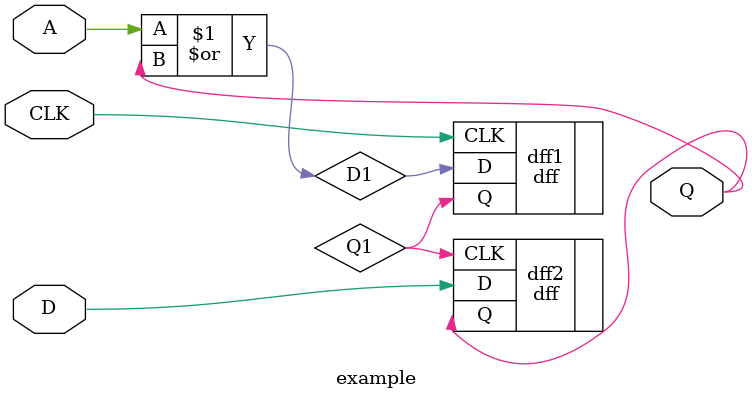
<source format=v>
module example(CLK, D, A, Q);

    output Q;
    input CLK, D, A;
    wire D1, Q1;
    dff dff1(.CLK(CLK), .D(D1), .Q(Q1));
    dff dff2(.CLK(Q1), .D(D), .Q(Q));
    or(D1, A, Q);

endmodule

</source>
